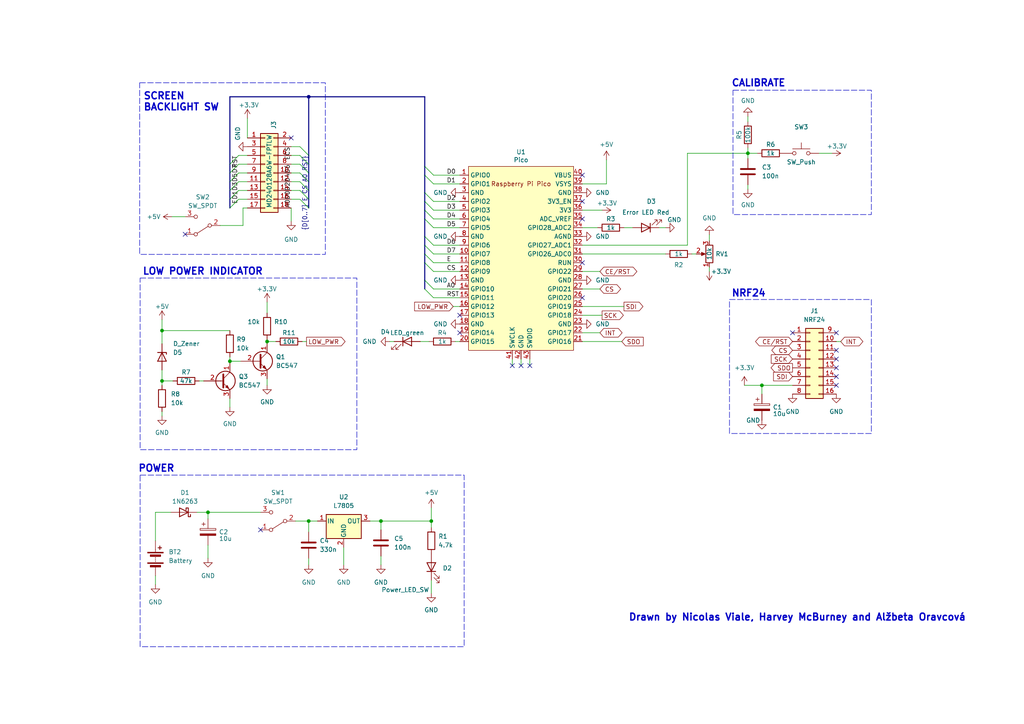
<source format=kicad_sch>
(kicad_sch (version 20231120) (generator "eeschema") (generator_version "8.0")
  (paper "A4")
  (title_block (title "TDP4 Controller Board") (date "2024-02-22") (rev "v1"))
  (lib_symbols
    (symbol "Connector_Generic:Conn_02x08_Top_Bottom" (pin_names (offset 1.016) hide)
      (property "Reference" "J" (at 1.27 10.16 0))
      (property "Value" "Conn_02x08_Top_Bottom" (at 1.27 -12.7 0))
      (symbol "Conn_02x08_Top_Bottom_1_1"
        (rectangle (start -1.27 -10.033) (end 0 -10.287) (stroke (width 0.1524)))
        (rectangle (start -1.27 -7.493) (end 0 -7.747) (stroke (width 0.1524)))
        (rectangle (start -1.27 -4.953) (end 0 -5.207) (stroke (width 0.1524)))
        (rectangle (start -1.27 -2.413) (end 0 -2.667) (stroke (width 0.1524)))
        (rectangle (start -1.27 0.127) (end 0 -0.127) (stroke (width 0.1524)))
        (rectangle (start -1.27 2.667) (end 0 2.413) (stroke (width 0.1524)))
        (rectangle (start -1.27 5.207) (end 0 4.953) (stroke (width 0.1524)))
        (rectangle (start -1.27 7.747) (end 0 7.493) (stroke (width 0.1524)))
        (rectangle (start -1.27 8.89) (end 3.81 -11.43) (stroke (width 0.254)) (fill (type background)))
        (rectangle (start 3.81 -10.033) (end 2.54 -10.287) (stroke (width 0.1524)))
        (rectangle (start 3.81 -7.493) (end 2.54 -7.747) (stroke (width 0.1524)))
        (rectangle (start 3.81 -4.953) (end 2.54 -5.207) (stroke (width 0.1524)))
        (rectangle (start 3.81 -2.413) (end 2.54 -2.667) (stroke (width 0.1524)))
        (rectangle (start 3.81 0.127) (end 2.54 -0.127) (stroke (width 0.1524)))
        (rectangle (start 3.81 2.667) (end 2.54 2.413) (stroke (width 0.1524)))
        (rectangle (start 3.81 5.207) (end 2.54 4.953) (stroke (width 0.1524)))
        (rectangle (start 3.81 7.747) (end 2.54 7.493) (stroke (width 0.1524)))
        (pin passive line (at -5.08 7.62 0) (length 3.81) (name "Pin_1") (number "1"))
        (pin passive line (at 7.62 5.08 180) (length 3.81) (name "Pin_10") (number "10"))
        (pin passive line (at 7.62 2.54 180) (length 3.81) (name "Pin_11") (number "11"))
        (pin passive line (at 7.62 0 180) (length 3.81) (name "Pin_12") (number "12"))
        (pin passive line (at 7.62 -2.54 180) (length 3.81) (name "Pin_13") (number "13"))
        (pin passive line (at 7.62 -5.08 180) (length 3.81) (name "Pin_14") (number "14"))
        (pin passive line (at 7.62 -7.62 180) (length 3.81) (name "Pin_15") (number "15"))
        (pin passive line (at 7.62 -10.16 180) (length 3.81) (name "Pin_16") (number "16"))
        (pin passive line (at -5.08 5.08 0) (length 3.81) (name "Pin_2") (number "2"))
        (pin passive line (at -5.08 2.54 0) (length 3.81) (name "Pin_3") (number "3"))
        (pin passive line (at -5.08 0 0) (length 3.81) (name "Pin_4") (number "4"))
        (pin passive line (at -5.08 -2.54 0) (length 3.81) (name "Pin_5") (number "5"))
        (pin passive line (at -5.08 -5.08 0) (length 3.81) (name "Pin_6") (number "6"))
        (pin passive line (at -5.08 -7.62 0) (length 3.81) (name "Pin_7") (number "7"))
        (pin passive line (at -5.08 -10.16 0) (length 3.81) (name "Pin_8") (number "8"))
        (pin passive line (at 7.62 7.62 180) (length 3.81) (name "Pin_9") (number "9"))
      )
    )
    (symbol "Connector_Generic:Conn_02x09_Odd_Even" (pin_names (offset 1.016) hide)
      (property "Reference" "J" (at 1.27 12.7 0))
      (property "Value" "Conn_02x09_Odd_Even" (at 1.27 -12.7 0))
      (symbol "Conn_02x09_Odd_Even_1_1"
        (rectangle (start -1.27 -10.033) (end 0 -10.287) (stroke (width 0.1524)))
        (rectangle (start -1.27 -7.493) (end 0 -7.747) (stroke (width 0.1524)))
        (rectangle (start -1.27 -4.953) (end 0 -5.207) (stroke (width 0.1524)))
        (rectangle (start -1.27 -2.413) (end 0 -2.667) (stroke (width 0.1524)))
        (rectangle (start -1.27 0.127) (end 0 -0.127) (stroke (width 0.1524)))
        (rectangle (start -1.27 2.667) (end 0 2.413) (stroke (width 0.1524)))
        (rectangle (start -1.27 5.207) (end 0 4.953) (stroke (width 0.1524)))
        (rectangle (start -1.27 7.747) (end 0 7.493) (stroke (width 0.1524)))
        (rectangle (start -1.27 10.287) (end 0 10.033) (stroke (width 0.1524)))
        (rectangle (start -1.27 11.43) (end 3.81 -11.43) (stroke (width 0.254)) (fill (type background)))
        (rectangle (start 3.81 -10.033) (end 2.54 -10.287) (stroke (width 0.1524)))
        (rectangle (start 3.81 -7.493) (end 2.54 -7.747) (stroke (width 0.1524)))
        (rectangle (start 3.81 -4.953) (end 2.54 -5.207) (stroke (width 0.1524)))
        (rectangle (start 3.81 -2.413) (end 2.54 -2.667) (stroke (width 0.1524)))
        (rectangle (start 3.81 0.127) (end 2.54 -0.127) (stroke (width 0.1524)))
        (rectangle (start 3.81 2.667) (end 2.54 2.413) (stroke (width 0.1524)))
        (rectangle (start 3.81 5.207) (end 2.54 4.953) (stroke (width 0.1524)))
        (rectangle (start 3.81 7.747) (end 2.54 7.493) (stroke (width 0.1524)))
        (rectangle (start 3.81 10.287) (end 2.54 10.033) (stroke (width 0.1524)))
        (pin passive line (at -5.08 10.16 0) (length 3.81) (name "Pin_1") (number "1"))
        (pin passive line (at 7.62 0 180) (length 3.81) (name "Pin_10") (number "10"))
        (pin passive line (at -5.08 -2.54 0) (length 3.81) (name "Pin_11") (number "11"))
        (pin passive line (at 7.62 -2.54 180) (length 3.81) (name "Pin_12") (number "12"))
        (pin passive line (at -5.08 -5.08 0) (length 3.81) (name "Pin_13") (number "13"))
        (pin passive line (at 7.62 -5.08 180) (length 3.81) (name "Pin_14") (number "14"))
        (pin passive line (at -5.08 -7.62 0) (length 3.81) (name "Pin_15") (number "15"))
        (pin passive line (at 7.62 -7.62 180) (length 3.81) (name "Pin_16") (number "16"))
        (pin passive line (at -5.08 -10.16 0) (length 3.81) (name "Pin_17") (number "17"))
        (pin passive line (at 7.62 -10.16 180) (length 3.81) (name "Pin_18") (number "18"))
        (pin passive line (at 7.62 10.16 180) (length 3.81) (name "Pin_2") (number "2"))
        (pin passive line (at -5.08 7.62 0) (length 3.81) (name "Pin_3") (number "3"))
        (pin passive line (at 7.62 7.62 180) (length 3.81) (name "Pin_4") (number "4"))
        (pin passive line (at -5.08 5.08 0) (length 3.81) (name "Pin_5") (number "5"))
        (pin passive line (at 7.62 5.08 180) (length 3.81) (name "Pin_6") (number "6"))
        (pin passive line (at -5.08 2.54 0) (length 3.81) (name "Pin_7") (number "7"))
        (pin passive line (at 7.62 2.54 180) (length 3.81) (name "Pin_8") (number "8"))
        (pin passive line (at -5.08 0 0) (length 3.81) (name "Pin_9") (number "9"))
      )
    )
    (symbol "Device:Battery" (pin_numbers hide) (pin_names (offset 0) hide)
      (property "Reference" "BT" (at 2.54 2.54 0))
      (property "Value" "Battery" (at 2.54 0 0))
      (symbol "Battery_0_1"
        (rectangle (start -2.286 -1.27) (end 2.286 -1.524) (fill (type outline)))
        (rectangle (start -2.286 1.778) (end 2.286 1.524) (fill (type outline)))
        (rectangle (start -1.524 -2.032) (end 1.524 -2.54) (fill (type outline)))
        (rectangle (start -1.524 1.016) (end 1.524 0.508) (fill (type outline)))
        (polyline (pts (xy 0 -1.016) (xy 0 -0.762)))
        (polyline (pts (xy 0 -0.508) (xy 0 -0.254)))
        (polyline (pts (xy 0 0) (xy 0 0.254)))
        (polyline (pts (xy 0 1.778) (xy 0 2.54)))
        (polyline (pts (xy 0.762 3.048) (xy 1.778 3.048)) (stroke (width 0.254)))
        (polyline (pts (xy 1.27 3.556) (xy 1.27 2.54)) (stroke (width 0.254)))
      )
      (symbol "Battery_1_1"
        (pin passive line (at 0 5.08 270) (length 2.54) (name "+") (number "1"))
        (pin passive line (at 0 -5.08 90) (length 2.54) (name "-") (number "2"))
      )
    )
    (symbol "Device:C" (pin_numbers hide) (pin_names (offset 0.254))
      (property "Reference" "C" (at 0.635 2.54 0))
      (property "Value" "C" (at 0.635 -2.54 0))
      (symbol "C_0_1"
        (polyline (pts (xy -2.032 -0.762) (xy 2.032 -0.762)) (stroke (width 0.508)))
        (polyline (pts (xy -2.032 0.762) (xy 2.032 0.762)) (stroke (width 0.508)))
      )
      (symbol "C_1_1"
        (pin passive line (at 0 3.81 270) (length 2.794) (name "~") (number "1"))
        (pin passive line (at 0 -3.81 90) (length 2.794) (name "~") (number "2"))
      )
    )
    (symbol "Device:C_Polarized" (pin_numbers hide) (pin_names (offset 0.254))
      (property "Reference" "C" (at 0.635 2.54 0))
      (property "Value" "C_Polarized" (at 0.635 -2.54 0))
      (symbol "C_Polarized_0_1"
        (rectangle (start -2.286 0.508) (end 2.286 1.016))
        (polyline (pts (xy -1.778 2.286) (xy -0.762 2.286)))
        (polyline (pts (xy -1.27 2.794) (xy -1.27 1.778)))
        (rectangle (start 2.286 -0.508) (end -2.286 -1.016) (fill (type outline)))
      )
      (symbol "C_Polarized_1_1"
        (pin passive line (at 0 3.81 270) (length 2.794) (name "~") (number "1"))
        (pin passive line (at 0 -3.81 90) (length 2.794) (name "~") (number "2"))
      )
    )
    (symbol "Device:D_Schottky" (pin_numbers hide) (pin_names (offset 1.016) hide)
      (property "Reference" "D" (at 0 2.54 0))
      (property "Value" "D_Schottky" (at 0 -2.54 0))
      (symbol "D_Schottky_0_1"
        (polyline (pts (xy 1.27 0) (xy -1.27 0)))
        (polyline (pts (xy 1.27 1.27) (xy 1.27 -1.27) (xy -1.27 0) (xy 1.27 1.27)) (stroke (width 0.254)))
        (polyline (pts (xy -1.905 0.635) (xy -1.905 1.27) (xy -1.27 1.27) (xy -1.27 -1.27) (xy -0.635 -1.27) (xy -0.635 -0.635)) (stroke (width 0.254)))
      )
      (symbol "D_Schottky_1_1"
        (pin passive line (at -3.81 0 0) (length 2.54) (name "K") (number "1"))
        (pin passive line (at 3.81 0 180) (length 2.54) (name "A") (number "2"))
      )
    )
    (symbol "Device:D_Zener" (pin_numbers hide) (pin_names (offset 1.016) hide)
      (property "Reference" "D" (at 0 2.54 0))
      (property "Value" "D_Zener" (at 0 -2.54 0))
      (symbol "D_Zener_0_1"
        (polyline (pts (xy 1.27 0) (xy -1.27 0)))
        (polyline (pts (xy -1.27 -1.27) (xy -1.27 1.27) (xy -0.762 1.27)) (stroke (width 0.254)))
        (polyline (pts (xy 1.27 -1.27) (xy 1.27 1.27) (xy -1.27 0) (xy 1.27 -1.27)) (stroke (width 0.254)))
      )
      (symbol "D_Zener_1_1"
        (pin passive line (at -3.81 0 0) (length 2.54) (name "K") (number "1"))
        (pin passive line (at 3.81 0 180) (length 2.54) (name "A") (number "2"))
      )
    )
    (symbol "Device:LED" (pin_numbers hide) (pin_names (offset 1.016) hide)
      (property "Reference" "D" (at 0 2.54 0))
      (property "Value" "LED" (at 0 -2.54 0))
      (symbol "LED_0_1"
        (polyline (pts (xy -1.27 -1.27) (xy -1.27 1.27)) (stroke (width 0.254)))
        (polyline (pts (xy -1.27 0) (xy 1.27 0)))
        (polyline (pts (xy 1.27 -1.27) (xy 1.27 1.27) (xy -1.27 0) (xy 1.27 -1.27)) (stroke (width 0.254)))
        (polyline (pts (xy -3.048 -0.762) (xy -4.572 -2.286) (xy -3.81 -2.286) (xy -4.572 -2.286) (xy -4.572 -1.524)))
        (polyline (pts (xy -1.778 -0.762) (xy -3.302 -2.286) (xy -2.54 -2.286) (xy -3.302 -2.286) (xy -3.302 -1.524)))
      )
      (symbol "LED_1_1"
        (pin passive line (at -3.81 0 0) (length 2.54) (name "K") (number "1"))
        (pin passive line (at 3.81 0 180) (length 2.54) (name "A") (number "2"))
      )
    )
    (symbol "Device:R" (pin_numbers hide) (pin_names (offset 0))
      (property "Reference" "R" (at 2.032 0 90))
      (property "Value" "R" (at 0 0 90))
      (symbol "R_0_1"
        (rectangle (start -1.016 -2.54) (end 1.016 2.54) (stroke (width 0.254)))
      )
      (symbol "R_1_1"
        (pin passive line (at 0 3.81 270) (length 1.27) (name "~") (number "1"))
        (pin passive line (at 0 -3.81 90) (length 1.27) (name "~") (number "2"))
      )
    )
    (symbol "Device:R_Potentiometer" (pin_names (offset 1.016) hide)
      (property "Reference" "RV" (at -4.445 0 90))
      (property "Value" "R_Potentiometer" (at -2.54 0 90))
      (symbol "R_Potentiometer_0_1"
        (polyline (pts (xy 2.54 0) (xy 1.524 0)))
        (polyline (pts (xy 1.143 0) (xy 2.286 0.508) (xy 2.286 -0.508) (xy 1.143 0)) (fill (type outline)))
        (rectangle (start 1.016 2.54) (end -1.016 -2.54) (stroke (width 0.254)))
      )
      (symbol "R_Potentiometer_1_1"
        (pin passive line (at 0 3.81 270) (length 1.27) (name "1") (number "1"))
        (pin passive line (at 3.81 0 180) (length 1.27) (name "2") (number "2"))
        (pin passive line (at 0 -3.81 90) (length 1.27) (name "3") (number "3"))
      )
    )
    (symbol "MCU_RaspberryPi_and_Boards:Pico"
      (property "Reference" "U" (at -13.97 27.94 0))
      (property "Value" "Pico" (at 0 19.05 0))
      (symbol "Pico_0_0"
        (text "Raspberry Pi Pico" (at 0 21.59 0) (effects (font (size 1.27 1.27))))
      )
      (symbol "Pico_0_1"
        (rectangle (start -15.24 26.67) (end 15.24 -26.67) (fill (type background)))
      )
      (symbol "Pico_1_1"
        (pin bidirectional line (at -17.78 24.13 0) (length 2.54) (name "GPIO0") (number "1"))
        (pin bidirectional line (at -17.78 1.27 0) (length 2.54) (name "GPIO7") (number "10"))
        (pin bidirectional line (at -17.78 -1.27 0) (length 2.54) (name "GPIO8") (number "11"))
        (pin bidirectional line (at -17.78 -3.81 0) (length 2.54) (name "GPIO9") (number "12"))
        (pin power_in line (at -17.78 -6.35 0) (length 2.54) (name "GND") (number "13"))
        (pin bidirectional line (at -17.78 -8.89 0) (length 2.54) (name "GPIO10") (number "14"))
        (pin bidirectional line (at -17.78 -11.43 0) (length 2.54) (name "GPIO11") (number "15"))
        (pin bidirectional line (at -17.78 -13.97 0) (length 2.54) (name "GPIO12") (number "16"))
        (pin bidirectional line (at -17.78 -16.51 0) (length 2.54) (name "GPIO13") (number "17"))
        (pin power_in line (at -17.78 -19.05 0) (length 2.54) (name "GND") (number "18"))
        (pin bidirectional line (at -17.78 -21.59 0) (length 2.54) (name "GPIO14") (number "19"))
        (pin bidirectional line (at -17.78 21.59 0) (length 2.54) (name "GPIO1") (number "2"))
        (pin bidirectional line (at -17.78 -24.13 0) (length 2.54) (name "GPIO15") (number "20"))
        (pin bidirectional line (at 17.78 -24.13 180) (length 2.54) (name "GPIO16") (number "21"))
        (pin bidirectional line (at 17.78 -21.59 180) (length 2.54) (name "GPIO17") (number "22"))
        (pin power_in line (at 17.78 -19.05 180) (length 2.54) (name "GND") (number "23"))
        (pin bidirectional line (at 17.78 -16.51 180) (length 2.54) (name "GPIO18") (number "24"))
        (pin bidirectional line (at 17.78 -13.97 180) (length 2.54) (name "GPIO19") (number "25"))
        (pin bidirectional line (at 17.78 -11.43 180) (length 2.54) (name "GPIO20") (number "26"))
        (pin bidirectional line (at 17.78 -8.89 180) (length 2.54) (name "GPIO21") (number "27"))
        (pin power_in line (at 17.78 -6.35 180) (length 2.54) (name "GND") (number "28"))
        (pin bidirectional line (at 17.78 -3.81 180) (length 2.54) (name "GPIO22") (number "29"))
        (pin power_in line (at -17.78 19.05 0) (length 2.54) (name "GND") (number "3"))
        (pin input line (at 17.78 -1.27 180) (length 2.54) (name "RUN") (number "30"))
        (pin bidirectional line (at 17.78 1.27 180) (length 2.54) (name "GPIO26_ADC0") (number "31"))
        (pin bidirectional line (at 17.78 3.81 180) (length 2.54) (name "GPIO27_ADC1") (number "32"))
        (pin power_in line (at 17.78 6.35 180) (length 2.54) (name "AGND") (number "33"))
        (pin bidirectional line (at 17.78 8.89 180) (length 2.54) (name "GPIO28_ADC2") (number "34"))
        (pin power_in line (at 17.78 11.43 180) (length 2.54) (name "ADC_VREF") (number "35"))
        (pin power_in line (at 17.78 13.97 180) (length 2.54) (name "3V3") (number "36"))
        (pin input line (at 17.78 16.51 180) (length 2.54) (name "3V3_EN") (number "37"))
        (pin bidirectional line (at 17.78 19.05 180) (length 2.54) (name "GND") (number "38"))
        (pin power_in line (at 17.78 21.59 180) (length 2.54) (name "VSYS") (number "39"))
        (pin bidirectional line (at -17.78 16.51 0) (length 2.54) (name "GPIO2") (number "4"))
        (pin power_in line (at 17.78 24.13 180) (length 2.54) (name "VBUS") (number "40"))
        (pin input line (at -2.54 -29.21 90) (length 2.54) (name "SWCLK") (number "41"))
        (pin power_in line (at 0 -29.21 90) (length 2.54) (name "GND") (number "42"))
        (pin bidirectional line (at 2.54 -29.21 90) (length 2.54) (name "SWDIO") (number "43"))
        (pin bidirectional line (at -17.78 13.97 0) (length 2.54) (name "GPIO3") (number "5"))
        (pin bidirectional line (at -17.78 11.43 0) (length 2.54) (name "GPIO4") (number "6"))
        (pin bidirectional line (at -17.78 8.89 0) (length 2.54) (name "GPIO5") (number "7"))
        (pin power_in line (at -17.78 6.35 0) (length 2.54) (name "GND") (number "8"))
        (pin bidirectional line (at -17.78 3.81 0) (length 2.54) (name "GPIO6") (number "9"))
      )
    )
    (symbol "Regulator_Linear:L7805" (pin_names (offset 0.254))
      (property "Reference" "U" (at -3.81 3.175 0))
      (property "Value" "L7805" (at 0 3.175 0))
      (symbol "L7805_0_1"
        (rectangle (start -5.08 1.905) (end 5.08 -5.08) (stroke (width 0.254)) (fill (type background)))
      )
      (symbol "L7805_1_1"
        (pin power_in line (at -7.62 0 0) (length 2.54) (name "IN") (number "1"))
        (pin power_in line (at 0 -7.62 90) (length 2.54) (name "GND") (number "2"))
        (pin power_out line (at 7.62 0 180) (length 2.54) (name "OUT") (number "3"))
      )
    )
    (symbol "SW_SPDT_1" (pin_names (offset 0) hide)
      (property "Reference" "SW" (at 0 4.318 0))
      (property "Value" "SW_SPDT" (at 0 -5.08 0))
      (symbol "SW_SPDT_1_0_0"
        (circle (center -2.032 0) (radius 0.508))
        (circle (center 2.032 -2.54) (radius 0.508))
      )
      (symbol "SW_SPDT_1_0_1"
        (polyline (pts (xy -1.524 0.254) (xy 1.651 2.286)))
        (circle (center 2.032 2.54) (radius 0.508))
      )
      (symbol "SW_SPDT_1_1_1"
        (pin passive line (at 5.08 2.54 180) (length 2.54) (name "A") (number "1"))
        (pin passive line (at -5.08 0 0) (length 2.54) (name "B") (number "2"))
        (pin passive line (at 5.08 -2.54 180) (length 2.54) (name "C") (number "3"))
      )
    )
    (symbol "Switch:SW_Push" (pin_numbers hide) (pin_names (offset 1.016) hide)
      (property "Reference" "SW" (at 1.27 2.54 0))
      (property "Value" "SW_Push" (at 0 -1.524 0))
      (symbol "SW_Push_0_1"
        (circle (center -2.032 0) (radius 0.508))
        (polyline (pts (xy 0 1.27) (xy 0 3.048)))
        (polyline (pts (xy 2.54 1.27) (xy -2.54 1.27)))
        (circle (center 2.032 0) (radius 0.508))
        (pin passive line (at -5.08 0 0) (length 2.54) (name "1") (number "1"))
        (pin passive line (at 5.08 0 180) (length 2.54) (name "2") (number "2"))
      )
    )
    (symbol "Transistor_BJT:BC547" (pin_names (offset 0) hide)
      (property "Reference" "Q" (at 5.08 1.905 0))
      (property "Value" "BC547" (at 5.08 0 0))
      (symbol "BC547_0_1"
        (polyline (pts (xy 0 0) (xy 0.635 0)))
        (polyline (pts (xy 0.635 0.635) (xy 2.54 2.54)))
        (polyline (pts (xy 0.635 -0.635) (xy 2.54 -2.54) (xy 2.54 -2.54)))
        (polyline (pts (xy 0.635 1.905) (xy 0.635 -1.905) (xy 0.635 -1.905)) (stroke (width 0.508)))
        (polyline (pts (xy 1.27 -1.778) (xy 1.778 -1.27) (xy 2.286 -2.286) (xy 1.27 -1.778) (xy 1.27 -1.778)) (fill (type outline)))
        (circle (center 1.27 0) (radius 2.8194) (stroke (width 0.254)))
      )
      (symbol "BC547_1_1"
        (pin passive line (at 2.54 5.08 270) (length 2.54) (name "C") (number "1"))
        (pin input line (at -5.08 0 0) (length 5.08) (name "B") (number "2"))
        (pin passive line (at 2.54 -5.08 90) (length 2.54) (name "E") (number "3"))
      )
    )
    (symbol "power:+3.3V" (power) (pin_names (offset 0))
      (property "Value" "+3.3V" (at 0 3.556 0))
      (symbol "+3.3V_0_1"
        (polyline (pts (xy -0.762 1.27) (xy 0 2.54)))
        (polyline (pts (xy 0 0) (xy 0 2.54)))
        (polyline (pts (xy 0 2.54) (xy 0.762 1.27)))
      )
      (symbol "+3.3V_1_1"
        (pin power_in line (at 0 0 90) (length 0) hide (name "+3.3V") (number "1"))
      )
    )
    (symbol "power:+5V" (power) (pin_names (offset 0))
      (property "Value" "+5V" (at 0 3.556 0))
      (symbol "+5V_0_1"
        (polyline (pts (xy -0.762 1.27) (xy 0 2.54)))
        (polyline (pts (xy 0 0) (xy 0 2.54)))
        (polyline (pts (xy 0 2.54) (xy 0.762 1.27)))
      )
      (symbol "+5V_1_1"
        (pin power_in line (at 0 0 90) (length 0) hide (name "+5V") (number "1"))
      )
    )
    (symbol "power:GND" (power) (pin_names (offset 0))
      (property "Value" "GND" (at 0 -3.81 0))
      (symbol "GND_0_1"
        (polyline (pts (xy 0 0) (xy 0 -1.27) (xy 1.27 -1.27) (xy 0 -2.54) (xy -1.27 -1.27) (xy 0 -1.27)))
      )
      (symbol "GND_1_1"
        (pin power_in line (at 0 0 270) (length 0) hide (name "GND") (number "1"))
      )
    )
  )
  (junction (at 125.095 151.13))
  (junction (at 89.535 28.067))
  (junction (at 89.535 151.13))
  (junction (at 46.99 95.885))
  (junction (at 60.325 148.59))
  (junction (at 110.49 151.13))
  (junction (at 46.99 110.49))
  (junction (at 216.916 44.45))
  (junction (at 77.47 99.06))
  (junction (at 220.98 111.76))
  (junction (at 66.675 104.775))
  (no_connect (at 168.91 58.42))
  (no_connect (at 242.57 104.14))
  (no_connect (at 168.91 63.5))
  (no_connect (at 229.87 96.52))
  (no_connect (at 84.455 40.005))
  (no_connect (at 75.565 153.67))
  (no_connect (at 53.721 67.945))
  (no_connect (at 148.59 106.045))
  (no_connect (at 242.57 106.68))
  (no_connect (at 168.91 50.8))
  (no_connect (at 242.57 111.76))
  (no_connect (at 168.91 86.36))
  (no_connect (at 242.57 109.22))
  (no_connect (at 168.91 76.2))
  (no_connect (at 133.35 96.52))
  (no_connect (at 151.13 106.045))
  (no_connect (at 133.35 91.44))
  (no_connect (at 242.57 96.52))
  (no_connect (at 242.57 101.6))
  (no_connect (at 153.67 106.045))
  (bus_entry (at 66.675 50.165) (size 2.54 -2.54))
  (bus_entry (at 123.19 55.88) (size 2.54 2.54))
  (bus_entry (at 123.19 81.28) (size 2.54 2.54))
  (bus_entry (at 123.19 73.66) (size 2.54 2.54))
  (bus_entry (at 89.535 60.325) (size -2.54 -2.54))
  (bus_entry (at 66.675 52.705) (size 2.54 -2.54))
  (bus_entry (at 123.19 83.82) (size 2.54 2.54))
  (bus_entry (at 123.19 76.2) (size 2.54 2.54))
  (bus_entry (at 89.535 45.085) (size -2.54 -2.54))
  (bus_entry (at 123.19 68.58) (size 2.54 2.54))
  (bus_entry (at 123.19 50.8) (size 2.54 2.54))
  (bus_entry (at 123.19 60.96) (size 2.54 2.54))
  (bus_entry (at 66.675 60.325) (size 2.54 -2.54))
  (bus_entry (at 123.19 63.5) (size 2.54 2.54))
  (bus_entry (at 89.535 52.705) (size -2.54 -2.54))
  (bus_entry (at 66.675 47.625) (size 2.54 -2.54))
  (bus_entry (at 89.535 55.245) (size -2.54 -2.54))
  (bus_entry (at 123.19 71.12) (size 2.54 2.54))
  (bus_entry (at 123.19 58.42) (size 2.54 2.54))
  (bus_entry (at 123.19 48.26) (size 2.54 2.54))
  (bus_entry (at 66.675 57.785) (size 2.54 -2.54))
  (bus_entry (at 89.535 47.625) (size -2.54 -2.54))
  (bus_entry (at 66.675 55.245) (size 2.54 -2.54))
  (bus_entry (at 89.535 57.785) (size -2.54 -2.54))
  (bus_entry (at 89.535 50.165) (size -2.54 -2.54))
  (wire (pts (xy 168.91 60.96) (xy 174.625 60.96)))
  (wire (pts (xy 46.99 92.71) (xy 46.99 95.885)))
  (wire (pts (xy 89.535 151.13) (xy 92.075 151.13)))
  (wire (pts (xy 168.91 96.52) (xy 173.99 96.52)))
  (bus (pts (xy 89.535 57.785) (xy 89.535 60.325)))
  (wire (pts (xy 110.49 161.29) (xy 110.49 163.83)))
  (wire (pts (xy 216.916 44.45) (xy 216.916 45.974)))
  (wire (pts (xy 168.91 73.66) (xy 193.04 73.66)))
  (wire (pts (xy 69.215 57.785) (xy 71.755 57.785)))
  (wire (pts (xy 86.995 57.785) (xy 84.455 57.785)))
  (wire (pts (xy 216.916 33.782) (xy 216.916 35.306)))
  (bus (pts (xy 89.535 28.067) (xy 66.675 28.067)))
  (bus (pts (xy 66.675 47.625) (xy 66.675 28.067)))
  (wire (pts (xy 46.99 95.885) (xy 46.99 99.695)))
  (wire (pts (xy 87.63 99.06) (xy 88.9 99.06)))
  (wire (pts (xy 201.93 73.66) (xy 200.66 73.66)))
  (wire (pts (xy 66.675 104.775) (xy 69.85 104.775)))
  (wire (pts (xy 89.535 161.925) (xy 89.535 163.83)))
  (wire (pts (xy 125.73 73.66) (xy 133.35 73.66)))
  (wire (pts (xy 237.49 44.45) (xy 241.3 44.45)))
  (wire (pts (xy 99.695 158.75) (xy 99.695 163.83)))
  (wire (pts (xy 71.755 34.29) (xy 71.755 40.005)))
  (wire (pts (xy 69.215 47.625) (xy 71.755 47.625)))
  (wire (pts (xy 125.73 78.74) (xy 133.35 78.74)))
  (wire (pts (xy 180.975 66.04) (xy 183.515 66.04)))
  (wire (pts (xy 125.095 151.13) (xy 125.095 153.035)))
  (wire (pts (xy 131.445 88.9) (xy 133.35 88.9)))
  (wire (pts (xy 77.47 109.855) (xy 77.47 111.76)))
  (bus (pts (xy 123.19 73.66) (xy 123.19 76.2)))
  (wire (pts (xy 107.315 151.13) (xy 110.49 151.13)))
  (wire (pts (xy 216.916 44.45) (xy 219.71 44.45)))
  (bus (pts (xy 89.535 52.705) (xy 89.535 55.245)))
  (wire (pts (xy 60.325 148.59) (xy 75.565 148.59)))
  (wire (pts (xy 53.721 62.865) (xy 49.911 62.865)))
  (wire (pts (xy 45.085 148.59) (xy 45.085 156.845)))
  (wire (pts (xy 215.9 111.76) (xy 220.98 111.76)))
  (wire (pts (xy 85.725 151.13) (xy 89.535 151.13)))
  (wire (pts (xy 66.675 104.775) (xy 66.675 105.41)))
  (bus (pts (xy 66.675 57.785) (xy 66.675 60.325)))
  (wire (pts (xy 168.91 66.04) (xy 173.355 66.04)))
  (bus (pts (xy 123.19 76.2) (xy 123.19 81.28)))
  (wire (pts (xy 168.91 53.34) (xy 175.895 53.34)))
  (wire (pts (xy 89.535 151.13) (xy 89.535 154.305)))
  (bus (pts (xy 123.19 58.42) (xy 123.19 60.96)))
  (wire (pts (xy 125.73 71.12) (xy 133.35 71.12)))
  (wire (pts (xy 77.47 98.425) (xy 77.47 99.06)))
  (wire (pts (xy 153.67 104.14) (xy 153.67 106.045)))
  (wire (pts (xy 66.675 103.505) (xy 66.675 104.775)))
  (wire (pts (xy 125.73 86.36) (xy 133.35 86.36)))
  (wire (pts (xy 77.47 99.06) (xy 77.47 99.695)))
  (wire (pts (xy 66.675 115.57) (xy 66.675 118.11)))
  (wire (pts (xy 125.73 66.04) (xy 133.35 66.04)))
  (wire (pts (xy 86.995 47.625) (xy 84.455 47.625)))
  (wire (pts (xy 191.135 66.04) (xy 193.04 66.04)))
  (wire (pts (xy 168.91 78.74) (xy 173.99 78.74)))
  (wire (pts (xy 220.98 111.76) (xy 229.87 111.76)))
  (wire (pts (xy 45.085 167.005) (xy 45.085 169.545)))
  (bus (pts (xy 66.675 52.705) (xy 66.675 55.245)))
  (wire (pts (xy 216.916 44.45) (xy 216.916 42.926)))
  (wire (pts (xy 132.08 99.06) (xy 133.35 99.06)))
  (wire (pts (xy 86.995 50.165) (xy 84.455 50.165)))
  (wire (pts (xy 86.995 55.245) (xy 84.455 55.245)))
  (bus (pts (xy 66.675 50.165) (xy 66.675 52.705)))
  (wire (pts (xy 125.73 76.2) (xy 133.35 76.2)))
  (wire (pts (xy 69.215 55.245) (xy 71.755 55.245)))
  (bus (pts (xy 123.19 60.96) (xy 123.19 63.5)))
  (wire (pts (xy 168.91 83.82) (xy 173.99 83.82)))
  (wire (pts (xy 60.325 150.495) (xy 60.325 148.59)))
  (bus (pts (xy 123.19 48.26) (xy 123.19 50.8)))
  (wire (pts (xy 216.916 54.864) (xy 216.916 53.594)))
  (wire (pts (xy 205.74 69.85) (xy 205.74 68.072)))
  (wire (pts (xy 84.455 60.325) (xy 84.455 64.135)))
  (wire (pts (xy 60.325 148.59) (xy 57.15 148.59)))
  (bus (pts (xy 89.535 50.165) (xy 89.535 52.705)))
  (wire (pts (xy 199.39 44.45) (xy 216.916 44.45)))
  (wire (pts (xy 125.095 147.32) (xy 125.095 151.13)))
  (bus (pts (xy 66.675 47.625) (xy 66.675 50.165)))
  (bus (pts (xy 89.535 47.625) (xy 89.535 50.165)))
  (bus (pts (xy 123.19 81.28) (xy 123.19 83.82)))
  (wire (pts (xy 70.485 60.325) (xy 71.755 60.325)))
  (wire (pts (xy 121.92 99.06) (xy 124.46 99.06)))
  (wire (pts (xy 205.74 77.47) (xy 205.74 78.74)))
  (wire (pts (xy 110.49 151.13) (xy 110.49 153.67)))
  (wire (pts (xy 125.73 50.8) (xy 133.35 50.8)))
  (bus (pts (xy 123.19 55.88) (xy 123.19 50.8)))
  (wire (pts (xy 110.49 151.13) (xy 125.095 151.13)))
  (bus (pts (xy 123.19 63.5) (xy 123.19 68.58)))
  (bus (pts (xy 123.19 55.88) (xy 123.19 58.42)))
  (wire (pts (xy 57.785 110.49) (xy 59.055 110.49)))
  (bus (pts (xy 89.535 55.245) (xy 89.535 57.785)))
  (wire (pts (xy 69.215 50.165) (xy 71.755 50.165)))
  (wire (pts (xy 125.095 168.275) (xy 125.095 172.085)))
  (wire (pts (xy 45.085 148.59) (xy 49.53 148.59)))
  (bus (pts (xy 89.535 45.085) (xy 89.535 47.625)))
  (wire (pts (xy 69.215 45.085) (xy 71.755 45.085)))
  (wire (pts (xy 77.47 87.63) (xy 77.47 90.805)))
  (wire (pts (xy 125.73 58.42) (xy 133.35 58.42)))
  (bus (pts (xy 89.535 45.085) (xy 89.535 28.067)))
  (wire (pts (xy 168.91 88.9) (xy 180.975 88.9)))
  (wire (pts (xy 46.99 95.885) (xy 66.675 95.885)))
  (wire (pts (xy 60.325 161.925) (xy 60.325 158.115)))
  (bus (pts (xy 123.19 28.067) (xy 89.535 28.067)))
  (wire (pts (xy 175.895 53.34) (xy 175.895 46.355)))
  (wire (pts (xy 46.99 119.38) (xy 46.99 120.65)))
  (wire (pts (xy 86.995 42.545) (xy 84.455 42.545)))
  (wire (pts (xy 70.485 65.405) (xy 70.485 60.325)))
  (wire (pts (xy 125.73 63.5) (xy 133.35 63.5)))
  (wire (pts (xy 114.3 99.06) (xy 113.03 99.06)))
  (wire (pts (xy 168.91 71.12) (xy 199.39 71.12)))
  (wire (pts (xy 86.995 52.705) (xy 84.455 52.705)))
  (wire (pts (xy 125.73 60.96) (xy 133.35 60.96)))
  (wire (pts (xy 168.91 91.44) (xy 174.625 91.44)))
  (wire (pts (xy 46.99 110.49) (xy 50.165 110.49)))
  (wire (pts (xy 125.73 83.82) (xy 133.35 83.82)))
  (wire (pts (xy 69.215 52.705) (xy 71.755 52.705)))
  (wire (pts (xy 148.59 104.14) (xy 148.59 106.045)))
  (wire (pts (xy 86.995 45.085) (xy 84.455 45.085)))
  (wire (pts (xy 199.39 71.12) (xy 199.39 44.45)))
  (wire (pts (xy 125.73 53.34) (xy 133.35 53.34)))
  (wire (pts (xy 63.881 65.405) (xy 70.485 65.405)))
  (wire (pts (xy 151.13 104.14) (xy 151.13 106.045)))
  (wire (pts (xy 242.57 99.06) (xy 243.84 99.06)))
  (bus (pts (xy 66.675 55.245) (xy 66.675 57.785)))
  (wire (pts (xy 168.91 99.06) (xy 180.34 99.06)))
  (bus (pts (xy 123.19 71.12) (xy 123.19 73.66)))
  (bus (pts (xy 123.19 48.26) (xy 123.19 28.067)))
  (wire (pts (xy 46.99 107.315) (xy 46.99 110.49)))
  (bus (pts (xy 123.19 68.58) (xy 123.19 71.12)))
  (wire (pts (xy 46.99 110.49) (xy 46.99 111.76)))
  (wire (pts (xy 77.47 99.06) (xy 80.01 99.06)))
  (wire (pts (xy 220.98 111.76) (xy 220.98 114.3)))
  (rectangle (start 211.582 86.868) (end 252.73 125.73) (stroke (width 0) (type dash)))
  (rectangle (start 40.64 80.645) (end 103.505 130.429) (stroke (width 0) (type dash)))
  (rectangle (start 212.598 26.162) (end 252.73 62.23) (stroke (width 0) (type dash)))
  (rectangle (start 40.64 137.795) (end 134.62 187.579) (stroke (width 0) (type dash)))
  (rectangle (start 40.513 24.003) (end 94.361 73.787) (stroke (width 0) (type dash)))
  (text "CALIBRATE" (at 212.09 25.4 0) (effects (font (size 2 2) (thickness 0.4) (bold yes)) (justify left bottom)))
  (text "NRF24" (at 212.09 86.36 0) (effects (font (size 2 2) (thickness 0.4) (bold yes)) (justify left bottom)))
  (text "LOW POWER INDICATOR" (at 41.275 80.01 0) (effects (font (size 2 2) (thickness 0.4) (bold yes)) (justify left bottom)))
  (text "SCREEN\nBACKLIGHT SW" (at 41.529 32.385 0) (effects (font (size 2 2) (thickness 0.4) (bold yes)) (justify left bottom)))
  (text "POWER" (at 40.005 137.16 0) (effects (font (size 2 2) (thickness 0.4) (bold yes)) (justify left bottom)))
  (text "Drawn by Nicolas Viale, Harvey McBurney and Alžbeta Oravcová" (at 182.245 180.34 0) (effects (font (size 2 2) (thickness 0.4) (bold yes)) (justify left bottom)))
  (label "A0" (at 129.54 83.82 0))
  (label "E" (at 84.455 45.085 270))
  (label "D4" (at 84.455 50.165 270))
  (label "D7" (at 69.215 47.625 270))
  (label "E" (at 69.215 57.785 270))
  (label "D0" (at 129.54 50.8 0))
  (label "D1" (at 69.215 55.245 270))
  (label "CS" (at 129.54 78.74 0))
  (label "D5" (at 69.215 50.165 270))
  (label "D4" (at 129.54 63.5 0))
  (label "D3" (at 69.215 52.705 270))
  (label "D7" (at 129.54 73.66 0))
  (label "CS" (at 84.455 42.545 270))
  (label "D5" (at 129.54 66.04 0))
  (label "D2" (at 129.54 58.42 0))
  (label "A0" (at 84.455 57.785 270))
  (label "RST" (at 69.215 45.085 270))
  (label "D1" (at 129.54 53.34 0))
  (label "D2" (at 84.455 52.705 270))
  (label "D6" (at 129.54 71.12 0))
  (label "D3" (at 129.54 60.96 0))
  (label "{D[0..7] E CS A0 RST}" (at 89.535 45.085 270))
  (label "D0" (at 84.455 55.245 270))
  (label "RST" (at 129.54 86.36 0))
  (label "E" (at 129.54 76.2 0))
  (label "D6" (at 84.455 47.625 270))
  (global_label "LOW_PWR" (shape input) (at 131.445 88.9 180) (property "Intersheetrefs" "${INTERSHEET_REFS}" (effects (hide yes))))
  (global_label "CE{slash}RST" (shape bidirectional) (at 173.99 78.74 0) (property "Intersheetrefs" "${INTERSHEET_REFS}" (effects (hide yes))))
  (global_label "CS" (shape bidirectional) (at 229.87 101.6 180) (property "Intersheetrefs" "${INTERSHEET_REFS}" (effects (hide yes))))
  (global_label "SDO" (shape output) (at 229.87 106.68 180) (property "Intersheetrefs" "${INTERSHEET_REFS}" (effects (hide yes))))
  (global_label "CE{slash}RST" (shape bidirectional) (at 229.87 99.06 180) (property "Intersheetrefs" "${INTERSHEET_REFS}" (effects (hide yes))))
  (global_label "SDI" (shape input) (at 229.87 109.22 180) (property "Intersheetrefs" "${INTERSHEET_REFS}" (effects (hide yes))))
  (global_label "INT" (shape bidirectional) (at 173.99 96.52 0) (property "Intersheetrefs" "${INTERSHEET_REFS}" (effects (hide yes))))
  (global_label "SCK" (shape output) (at 174.625 91.44 0) (property "Intersheetrefs" "${INTERSHEET_REFS}" (effects (hide yes))))
  (global_label "SDI" (shape output) (at 180.975 88.9 0) (property "Intersheetrefs" "${INTERSHEET_REFS}" (effects (hide yes))))
  (global_label "INT" (shape bidirectional) (at 243.84 99.06 0) (property "Intersheetrefs" "${INTERSHEET_REFS}" (effects (hide yes))))
  (global_label "SDO" (shape input) (at 180.34 99.06 0) (property "Intersheetrefs" "${INTERSHEET_REFS}" (effects (hide yes))))
  (global_label "SCK" (shape input) (at 229.87 104.14 180) (property "Intersheetrefs" "${INTERSHEET_REFS}" (effects (hide yes))))
  (global_label "LOW_PWR" (shape output) (at 88.9 99.06 0) (property "Intersheetrefs" "${INTERSHEET_REFS}" (effects (hide yes))))
  (global_label "CS" (shape bidirectional) (at 173.99 83.82 0) (property "Intersheetrefs" "${INTERSHEET_REFS}" (effects (hide yes))))
  (symbol (lib_id "Device:R") (at 223.52 44.45 90) (unit 1)
    (property "Reference" "R6" (at 223.52 41.91 90))
    (property "Value" "1k" (at 223.52 44.45 90))
    (property "Footprint" "Resistor_THT:R_Axial_DIN0207_L6.3mm_D2.5mm_P10.16mm_Horizontal" (effects (hide yes)))
  )
  (symbol (lib_id "power:+5V") (at 49.911 62.865 90) (unit 1)
    (property "Reference" "#PWR09" (effects (hide yes)))
    (property "Value" "+5V" (at 44.577 62.865 90))
  )
  (symbol (lib_id "power:GND") (at 168.91 55.88 90) (unit 1)
    (property "Reference" "#PWR019" (effects (hide yes)))
    (property "Value" "GND" (at 172.72 55.88 90) (effects (justify right)))
  )
  (symbol (lib_id "Device:R") (at 216.916 39.116 180) (unit 1)
    (property "Reference" "R5" (at 214.376 39.116 90))
    (property "Value" "100k" (at 216.916 39.116 90))
    (property "Footprint" "Resistor_THT:R_Axial_DIN0207_L6.3mm_D2.5mm_P10.16mm_Horizontal" (effects (hide yes)))
  )
  (symbol (lib_id "power:GND") (at 216.916 54.864 0) (unit 1)
    (property "Reference" "#PWR028" (effects (hide yes)))
    (property "Value" "GND" (at 216.916 59.436 0))
  )
  (symbol (lib_id "Transistor_BJT:BC547") (at 64.135 110.49 0) (unit 1)
    (property "Reference" "Q3" (at 69.215 109.22 0) (effects (justify left)))
    (property "Value" "BC547" (at 69.215 111.76 0) (effects (justify left)))
    (property "Footprint" "Package_TO_SOT_THT:TO-92" (effects (hide yes)))
    (property "Datasheet" "https://www.onsemi.com/pub/Collateral/BC550-D.pdf" (effects (hide yes)))
  )
  (symbol (lib_id "Device:LED") (at 125.095 164.465 90) (unit 1)
    (property "Reference" "D2" (at 128.397 164.7825 90) (effects (justify right)))
    (property "Value" "Power_LED_SW" (at 110.617 171.069 90) (effects (justify right)))
    (property "Footprint" "LED_THT:LED_D5.0mm" (effects (hide yes)))
  )
  (symbol (lib_id "power:GND") (at 133.35 55.88 270) (unit 1)
    (property "Reference" "#PWR013" (effects (hide yes)))
    (property "Value" "GND" (at 129.794 55.88 90) (effects (justify right)))
  )
  (symbol (lib_id "power:GND") (at 113.03 99.06 270) (unit 1)
    (property "Reference" "#PWR026" (effects (hide yes)))
    (property "Value" "GND" (at 109.22 99.06 90) (effects (justify right)))
  )
  (symbol (lib_id "Device:R") (at 83.82 99.06 90) (unit 1)
    (property "Reference" "R11" (at 83.82 96.52 90))
    (property "Value" "10k" (at 83.82 99.06 90))
    (property "Footprint" "Resistor_THT:R_Axial_DIN0207_L6.3mm_D2.5mm_P10.16mm_Horizontal" (effects (hide yes)))
  )
  (symbol (lib_id "power:GND") (at 66.675 118.11 0) (unit 1)
    (property "Reference" "#PWR032" (effects (hide yes)))
    (property "Value" "GND" (at 66.675 122.936 0))
  )
  (symbol (lib_id "power:GND") (at 133.35 93.98 270) (unit 1)
    (property "Reference" "#PWR018" (effects (hide yes)))
    (property "Value" "GND" (at 129.794 93.98 90) (effects (justify right)))
  )
  (symbol (lib_id "Device:R") (at 125.095 156.845 0) (unit 1)
    (property "Reference" "R1" (at 127.127 155.575 0) (effects (justify left)))
    (property "Value" "4.7k" (at 127.127 158.115 0) (effects (justify left)))
    (property "Footprint" "Resistor_THT:R_Axial_DIN0207_L6.3mm_D2.5mm_P10.16mm_Horizontal" (effects (hide yes)))
  )
  (symbol (lib_id "Device:R") (at 196.85 73.66 270) (unit 1)
    (property "Reference" "R2" (at 196.85 76.835 90))
    (property "Value" "1k" (at 196.85 73.66 90))
    (property "Footprint" "Resistor_THT:R_Axial_DIN0207_L6.3mm_D2.5mm_P10.16mm_Horizontal" (effects (hide yes)))
  )
  (symbol (lib_id "Device:R") (at 46.99 115.57 0) (unit 1)
    (property "Reference" "R8" (at 49.53 114.3 0) (effects (justify left)))
    (property "Value" "10k" (at 49.53 116.84 0) (effects (justify left)))
    (property "Footprint" "Resistor_THT:R_Axial_DIN0207_L6.3mm_D2.5mm_P10.16mm_Horizontal" (effects (hide yes)))
  )
  (symbol (lib_id "power:+5V") (at 125.095 147.32 0) (unit 1)
    (property "Reference" "#PWR08" (effects (hide yes)))
    (property "Value" "+5V" (at 125.095 142.875 0))
  )
  (symbol (lib_id "Device:R") (at 77.47 94.615 0) (unit 1)
    (property "Reference" "R10" (at 79.502 93.345 0) (effects (justify left)))
    (property "Value" "10k" (at 71.755 93.345 0) (effects (justify left)))
    (property "Footprint" "Resistor_THT:R_Axial_DIN0207_L6.3mm_D2.5mm_P10.16mm_Horizontal" (effects (hide yes)))
  )
  (symbol (lib_id "power:GND") (at 168.91 68.58 90) (unit 1)
    (property "Reference" "#PWR020" (effects (hide yes)))
    (property "Value" "GND" (at 172.72 68.58 90) (effects (justify right)))
  )
  (symbol (lib_id "power:GND") (at 205.74 68.072 180) (unit 1)
    (property "Reference" "#PWR017" (effects (hide yes)))
    (property "Value" "GND" (at 205.74 63.246 0))
  )
  (symbol (lib_id "Device:R") (at 177.165 66.04 90) (unit 1)
    (property "Reference" "R3" (at 177.165 63.5 90))
    (property "Value" "1k" (at 177.165 66.04 90))
    (property "Footprint" "Resistor_THT:R_Axial_DIN0207_L6.3mm_D2.5mm_P10.16mm_Horizontal" (effects (hide yes)))
  )
  (symbol (lib_id "Device:C_Polarized") (at 220.98 118.11 0) (unit 1)
    (property "Reference" "C1" (at 224.155 118.11 0) (effects (justify left)))
    (property "Value" "10u" (at 224.155 120.015 0) (effects (justify left)))
    (property "Footprint" "Capacitor_THT:CP_Radial_Tantal_D6.0mm_P2.50mm" (effects (hide yes)))
  )
  (symbol (lib_id "power:GND") (at 216.916 33.782 180) (unit 1)
    (property "Reference" "#PWR027" (effects (hide yes)))
    (property "Value" "GND" (at 216.916 29.21 0))
  )
  (symbol (lib_id "Device:C_Polarized") (at 60.325 154.305 0) (unit 1)
    (property "Reference" "C2" (at 63.5 154.305 0) (effects (justify left)))
    (property "Value" "10u" (at 63.5 156.21 0) (effects (justify left)))
    (property "Footprint" "Capacitor_THT:CP_Radial_Tantal_D6.0mm_P2.50mm" (effects (hide yes)))
  )
  (symbol (lib_id "MCU_RaspberryPi_and_Boards:Pico") (at 151.13 74.93 0) (unit 1)
    (property "Reference" "U1" (at 151.13 44.069 0))
    (property "Value" "Pico" (at 151.13 46.3804 0))
    (property "Footprint" "TDP4:RPi_PicoW_SMD_TH" (effects (hide yes)))
  )
  (symbol (lib_id "Device:LED") (at 187.325 66.04 180) (unit 1)
    (property "Reference" "D3" (at 188.9125 58.42 0))
    (property "Value" "Error LED Red" (at 187.325 61.595 0))
    (property "Footprint" "LED_THT:LED_D5.0mm" (effects (hide yes)))
  )
  (symbol (lib_id "power:GND") (at 99.695 163.83 0) (unit 1)
    (property "Reference" "#PWR037" (effects (hide yes)))
    (property "Value" "GND" (at 99.695 168.91 0))
  )
  (symbol (lib_id "power:+3.3V") (at 71.755 34.29 0) (unit 1)
    (property "Reference" "#PWR010" (effects (hide yes)))
    (property "Value" "+3.3V" (at 69.215 30.48 0) (effects (justify left)))
  )
  (symbol (lib_id "power:GND") (at 89.535 163.83 0) (unit 1)
    (property "Reference" "#PWR035" (effects (hide yes)))
    (property "Value" "GND" (at 89.535 168.91 0))
  )
  (symbol (lib_id "power:GND") (at 220.98 121.92 0) (unit 1)
    (property "Reference" "#PWR02" (effects (hide yes)))
    (property "Value" "GND" (at 218.44 121.92 0))
  )
  (symbol (lib_id "power:+3.3V") (at 241.3 44.45 270) (unit 1)
    (property "Reference" "#PWR029" (effects (hide yes)))
    (property "Value" "+3.3V" (at 239.776 42.418 90) (effects (justify left)))
  )
  (symbol (lib_id "Connector_Generic:Conn_02x08_Top_Bottom") (at 234.95 104.14 0) (unit 1)
    (property "Reference" "J1" (at 236.22 90.17 0))
    (property "Value" "NRF24" (at 236.22 92.71 0))
    (property "Footprint" "TDP4:NRF24" (effects (hide yes)))
  )
  (symbol (lib_id "Device:R") (at 128.27 99.06 270) (unit 1)
    (property "Reference" "R4" (at 128.27 96.52 90))
    (property "Value" "1k" (at 128.27 99.06 90))
    (property "Footprint" "Resistor_THT:R_Axial_DIN0207_L6.3mm_D2.5mm_P10.16mm_Horizontal" (effects (hide yes)))
  )
  (symbol (lib_id "power:GND") (at 133.35 81.28 270) (unit 1)
    (property "Reference" "#PWR015" (effects (hide yes)))
    (property "Value" "GND" (at 129.794 81.28 90) (effects (justify right)))
  )
  (symbol (lib_id "Device:R") (at 53.975 110.49 270) (unit 1)
    (property "Reference" "R7" (at 53.975 107.95 90))
    (property "Value" "47k" (at 53.975 110.49 90))
    (property "Footprint" "Resistor_THT:R_Axial_DIN0207_L6.3mm_D2.5mm_P10.16mm_Horizontal" (effects (hide yes)))
  )
  (symbol (lib_id "power:GND") (at 242.57 114.3 0) (unit 1)
    (property "Reference" "#PWR04" (effects (hide yes)))
    (property "Value" "GND" (at 242.57 119.38 0))
  )
  (symbol (lib_id "power:GND") (at 77.47 111.76 0) (unit 1)
    (property "Reference" "#PWR033" (effects (hide yes)))
    (property "Value" "GND" (at 77.47 116.586 0))
  )
  (symbol (lib_id "power:GND") (at 229.87 114.3 0) (unit 1)
    (property "Reference" "#PWR03" (effects (hide yes)))
    (property "Value" "GND" (at 229.87 119.38 0))
  )
  (symbol (lib_id "power:GND") (at 71.755 42.545 270) (unit 1)
    (property "Reference" "#PWR011" (effects (hide yes)))
    (property "Value" "GND" (at 68.961 38.735 0))
  )
  (symbol (lib_id "power:GND") (at 46.99 120.65 0) (unit 1)
    (property "Reference" "#PWR031" (effects (hide yes)))
    (property "Value" "GND" (at 46.99 125.476 0))
  )
  (symbol (lib_id "Device:R") (at 66.675 99.695 0) (unit 1)
    (property "Reference" "R9" (at 68.58 98.425 0) (effects (justify left)))
    (property "Value" "10k" (at 68.58 100.965 0) (effects (justify left)))
    (property "Footprint" "Resistor_THT:R_Axial_DIN0207_L6.3mm_D2.5mm_P10.16mm_Horizontal" (effects (hide yes)))
  )
  (symbol (lib_id "Device:LED") (at 118.11 99.06 0) (unit 1)
    (property "Reference" "D4" (at 111.76 96.266 0))
    (property "Value" "LED_green" (at 118.11 96.52 0))
    (property "Footprint" "LED_THT:LED_D5.0mm" (effects (hide yes)))
  )
  (symbol (lib_id "Switch:SW_Push") (at 232.41 44.45 0) (unit 1)
    (property "Reference" "SW3" (at 232.41 36.83 0))
    (property "Value" "SW_Push" (at 232.41 46.99 0))
    (property "Footprint" "Button_Switch_THT:SW_PUSH-12mm" (effects (hide yes)))
  )
  (symbol (lib_id "Device:C") (at 110.49 157.48 0) (unit 1)
    (property "Reference" "C5" (at 114.3 156.21 0) (effects (justify left)))
    (property "Value" "100n" (at 114.3 158.75 0) (effects (justify left)))
    (property "Footprint" "Capacitor_THT:C_Disc_D5.0mm_W2.5mm_P5.00mm" (effects (hide yes)))
  )
  (symbol (lib_id "power:GND") (at 168.91 81.28 90) (unit 1)
    (property "Reference" "#PWR021" (effects (hide yes)))
    (property "Value" "GND" (at 172.72 81.28 90) (effects (justify right)))
  )
  (symbol (lib_name "SW_SPDT_1") (lib_id "Switch:SW_SPDT") (at 58.801 65.405 180) (unit 1)
    (property "Reference" "SW2" (at 58.801 57.15 0))
    (property "Value" "SW_SPDT" (at 58.801 59.69 0))
  )
  (symbol (lib_id "power:+3.3V") (at 215.9 111.76 0) (unit 1)
    (property "Reference" "#PWR01" (effects (hide yes)))
    (property "Value" "+3.3V" (at 215.9 106.68 0))
  )
  (symbol (lib_id "power:GND") (at 133.35 68.58 270) (unit 1)
    (property "Reference" "#PWR014" (effects (hide yes)))
    (property "Value" "GND" (at 129.794 68.58 90) (effects (justify right)))
  )
  (symbol (lib_id "power:GND") (at 45.085 169.545 0) (unit 1)
    (property "Reference" "#PWR05" (effects (hide yes)))
    (property "Value" "GND" (at 45.085 174.625 0))
  )
  (symbol (lib_id "power:GND") (at 168.91 93.98 90) (unit 1)
    (property "Reference" "#PWR022" (effects (hide yes)))
    (property "Value" "GND" (at 172.72 93.98 90) (effects (justify right)))
  )
  (symbol (lib_id "Device:R_Potentiometer") (at 205.74 73.66 180) (unit 1)
    (property "Reference" "RV1" (at 207.518 73.66 0) (effects (justify right)))
    (property "Value" "10k" (at 205.74 75.438 90) (effects (justify right)))
    (property "Footprint" "TDP4:Slider.v2" (effects (hide yes)))
  )
  (symbol (lib_id "power:+5V") (at 46.99 92.71 0) (unit 1)
    (property "Reference" "#PWR030" (effects (hide yes)))
    (property "Value" "+5V" (at 46.99 88.9 0))
  )
  (symbol (lib_name "SW_SPDT_1") (lib_id "Switch:SW_SPDT") (at 80.645 151.13 180) (unit 1)
    (property "Reference" "SW1" (at 80.645 142.875 0))
    (property "Value" "SW_SPDT" (at 80.645 145.415 0))
  )
  (symbol (lib_id "power:GND") (at 60.325 161.925 0) (unit 1)
    (property "Reference" "#PWR06" (effects (hide yes)))
    (property "Value" "GND" (at 60.325 167.005 0))
  )
  (symbol (lib_id "power:+5V") (at 175.895 46.355 0) (unit 1)
    (property "Reference" "#PWR023" (effects (hide yes)))
    (property "Value" "+5V" (at 175.895 41.91 0))
  )
  (symbol (lib_id "Device:Battery") (at 45.085 161.925 0) (unit 1)
    (property "Reference" "BT2" (at 48.895 160.0835 0) (effects (justify left)))
    (property "Value" "Battery" (at 48.895 162.6235 0) (effects (justify left)))
    (property "Footprint" "Connector_PinHeader_2.54mm:PinHeader_1x02_P2.54mm_Vertical" (effects (hide yes)))
  )
  (symbol (lib_id "power:+3.3V") (at 205.74 78.74 180) (unit 1)
    (property "Reference" "#PWR016" (effects (hide yes)))
    (property "Value" "+3.3V" (at 212.09 78.74 0) (effects (justify left)))
  )
  (symbol (lib_id "power:+3.3V") (at 77.47 87.63 0) (unit 1)
    (property "Reference" "#PWR034" (effects (hide yes)))
    (property "Value" "+3.3V" (at 74.422 83.82 0) (effects (justify left)))
  )
  (symbol (lib_id "Regulator_Linear:L7805") (at 99.695 151.13 0) (unit 1)
    (property "Reference" "U2" (at 99.695 144.145 0))
    (property "Value" "L7805" (at 99.695 146.685 0))
    (property "Footprint" "Package_TO_SOT_THT:TO-220-3_Horizontal_TabDown" (effects (hide yes)))
    (property "Datasheet" "http://www.st.com/content/ccc/resource/technical/document/datasheet/41/4f/b3/b0/12/d4/47/88/CD00000444.pdf/files/CD00000444.pdf/jcr:content/translations/en.CD00000444.pdf" (effects (hide yes)))
  )
  (symbol (lib_id "power:GND") (at 84.455 64.135 0) (unit 1)
    (property "Reference" "#PWR012" (effects (hide yes)))
    (property "Value" "GND" (at 84.455 69.469 0))
  )
  (symbol (lib_id "Connector_Generic:Conn_02x09_Odd_Even") (at 76.835 50.165 0) (unit 1)
    (property "Reference" "J3" (at 79.375 37.465 90) (effects (justify left)))
    (property "Value" "MD240128A6W-FPTLW" (at 78.105 60.325 90) (effects (justify left)))
    (property "Footprint" "Connector_PinHeader_2.54mm:PinHeader_2x09_P2.54mm_Vertical" (effects (hide yes)))
  )
  (symbol (lib_id "Transistor_BJT:BC547") (at 74.93 104.775 0) (unit 1)
    (property "Reference" "Q1" (at 80.01 103.505 0) (effects (justify left)))
    (property "Value" "BC547" (at 80.01 106.045 0) (effects (justify left)))
    (property "Footprint" "Package_TO_SOT_THT:TO-92_Inline" (effects (hide yes)))
    (property "Datasheet" "https://www.onsemi.com/pub/Collateral/BC550-D.pdf" (effects (hide yes)))
  )
  (symbol (lib_id "power:GND") (at 110.49 163.83 0) (unit 1)
    (property "Reference" "#PWR036" (effects (hide yes)))
    (property "Value" "GND" (at 110.49 168.91 0))
  )
  (symbol (lib_id "Device:C") (at 216.916 49.784 0) (unit 1)
    (property "Reference" "C3" (at 220.98 48.514 0) (effects (justify left)))
    (property "Value" "100n" (at 220.98 51.054 0) (effects (justify left)))
    (property "Footprint" "Capacitor_THT:C_Disc_D5.0mm_W2.5mm_P5.00mm" (effects (hide yes)))
  )
  (symbol (lib_id "power:GND") (at 193.04 66.04 90) (unit 1)
    (property "Reference" "#PWR025" (effects (hide yes)))
    (property "Value" "GND" (at 193.548 63.754 90) (effects (justify right)))
  )
  (symbol (lib_id "Device:D_Zener") (at 46.99 103.505 270) (unit 1)
    (property "Reference" "D5" (at 50.165 102.235 90) (effects (justify left)))
    (property "Value" "D_Zener" (at 50.165 99.695 90) (effects (justify left)))
    (property "Footprint" "Diode_THT:D_A-405_P7.62mm_Horizontal" (effects (hide yes)))
  )
  (symbol (lib_id "Device:C") (at 89.535 158.115 0) (unit 1)
    (property "Reference" "C4" (at 92.71 156.845 0) (effects (justify left)))
    (property "Value" "330n" (at 92.71 159.385 0) (effects (justify left)))
    (property "Footprint" "Capacitor_THT:C_Disc_D5.0mm_W2.5mm_P5.00mm" (effects (hide yes)))
  )
  (symbol (lib_id "power:GND") (at 125.095 172.085 0) (unit 1)
    (property "Reference" "#PWR07" (effects (hide yes)))
    (property "Value" "GND" (at 125.095 176.911 0))
  )
  (symbol (lib_id "Device:D_Schottky") (at 53.34 148.59 180) (unit 1)
    (property "Reference" "D1" (at 53.6575 142.875 0))
    (property "Value" "1N6263" (at 53.6575 145.415 0))
    (property "Footprint" "Diode_THT:D_A-405_P7.62mm_Horizontal" (effects (hide yes)))
  )
  (symbol (lib_id "power:+3.3V") (at 174.625 60.96 270) (unit 1)
    (property "Reference" "#PWR024" (effects (hide yes)))
    (property "Value" "+3.3V" (at 173.101 58.928 90) (effects (justify left)))
  )
)
</source>
